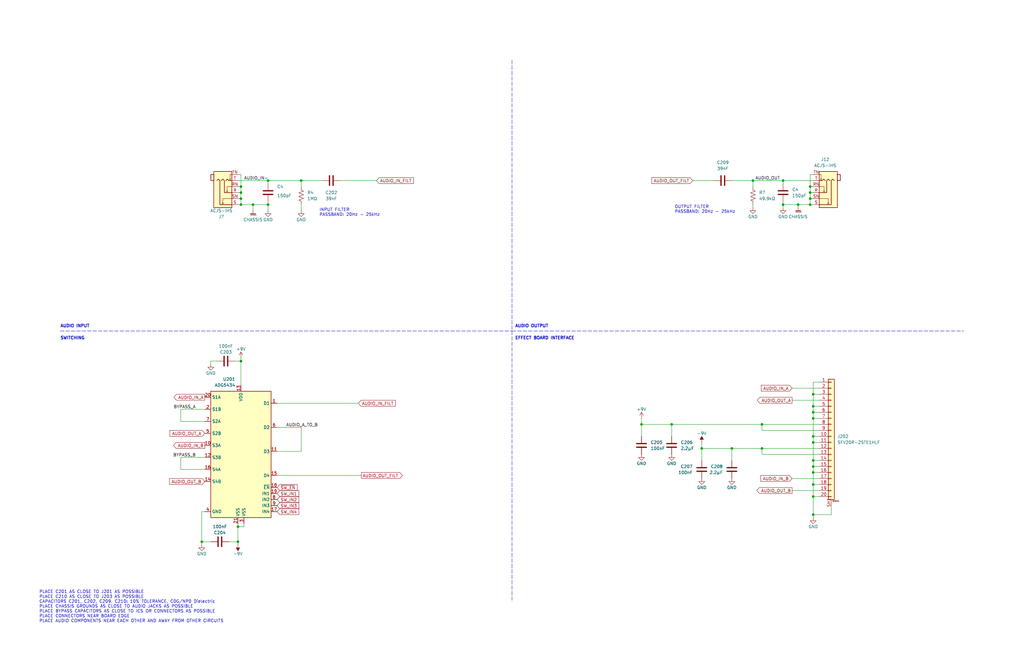
<source format=kicad_sch>
(kicad_sch (version 20230121) (generator eeschema)
  (paper "USLedger")
  (title_block (title "Baseboard") (date "2023-08-19") (rev "A") (company "Alessandro Rizzoni") (comment 1 "SCHEMATIC") (comment 2 "RELEASED") (comment 3 "AIR") (comment 4 "AIR"))
  (lib_symbols
    (symbol "+9V_1" (power) (pin_names (offset 0))
      (property "Value" "+9V_1" (at 0 3.556 0))
      (symbol "+9V_1_0_1"
        (polyline (pts (xy -0.762 1.27) (xy 0 2.54)))
        (polyline (pts (xy 0 0) (xy 0 2.54)))
        (polyline (pts (xy 0 2.54) (xy 0.762 1.27)))
      )
      (symbol "+9V_1_1_1"
        (pin power_in line (at 0 0 90) (length 0) hide (name "+9V") (number "1"))
      )
    )
    (symbol "-9V_1" (power) (pin_names (offset 0))
      (property "Value" "-9V_1" (at 0 3.81 0))
      (symbol "-9V_1_0_1"
        (polyline (pts (xy 0 0) (xy 0 2.54)))
        (polyline (pts (xy 0.762 1.27) (xy -0.762 1.27) (xy 0 2.54) (xy 0.762 1.27)) (fill (type outline)))
      )
      (symbol "-9V_1_1_1"
        (pin power_in line (at 0 0 90) (length 0) hide (name "-9V") (number "1"))
      )
    )
    (symbol "Device:C" (pin_numbers hide) (pin_names (offset 0.254))
      (property "Reference" "C" (at 0.635 2.54 0))
      (property "Value" "C" (at 0.635 -2.54 0))
      (symbol "C_0_1"
        (polyline (pts (xy -2.032 -0.762) (xy 2.032 -0.762)) (stroke (width 0.508)))
        (polyline (pts (xy -2.032 0.762) (xy 2.032 0.762)) (stroke (width 0.508)))
      )
      (symbol "C_1_1"
        (pin passive line (at 0 3.81 270) (length 2.794) (name "~") (number "1"))
        (pin passive line (at 0 -3.81 90) (length 2.794) (name "~") (number "2"))
      )
    )
    (symbol "Device:R_US" (pin_numbers hide) (pin_names (offset 0))
      (property "Reference" "R" (at 2.54 0 90))
      (property "Value" "R_US" (at -2.54 0 90))
      (symbol "R_US_0_1"
        (polyline (pts (xy 0 -2.286) (xy 0 -2.54)))
        (polyline (pts (xy 0 2.286) (xy 0 2.54)))
        (polyline (pts (xy 0 -0.762) (xy 1.016 -1.143) (xy 0 -1.524) (xy -1.016 -1.905) (xy 0 -2.286)))
        (polyline (pts (xy 0 0.762) (xy 1.016 0.381) (xy 0 0) (xy -1.016 -0.381) (xy 0 -0.762)))
        (polyline (pts (xy 0 2.286) (xy 1.016 1.905) (xy 0 1.524) (xy -1.016 1.143) (xy 0 0.762)))
      )
      (symbol "R_US_1_1"
        (pin passive line (at 0 3.81 270) (length 1.27) (name "~") (number "1"))
        (pin passive line (at 0 -3.81 90) (length 1.27) (name "~") (number "2"))
      )
    )
    (symbol "Library:ACJS-IHS"
      (property "Reference" "J2" (at -1.905 11.43 0))
      (property "Value" "1/4\" JACK, STEREO" (at -1.905 8.89 0))
      (symbol "ACJS-IHS_0_1"
        (rectangle (start -6.35 -5.08) (end -5.08 -7.62) (stroke (width 0.254)))
        (polyline (pts (xy -1.27 4.826) (xy -1.016 4.318)))
        (polyline (pts (xy 0.508 -0.254) (xy 0.762 -0.762)))
        (polyline (pts (xy 1.778 -5.334) (xy 2.032 -5.842)))
        (polyline (pts (xy 0 -5.08) (xy 0.635 -5.715) (xy 1.27 -5.08) (xy 2.54 -5.08)) (stroke (width 0.254)))
        (polyline (pts (xy 2.54 -7.62) (xy 1.778 -7.62) (xy 1.778 -5.334) (xy 1.524 -5.842)))
        (polyline (pts (xy 2.54 -2.54) (xy 0.508 -2.54) (xy 0.508 -0.254) (xy 0.254 -0.762)))
        (polyline (pts (xy 2.54 2.54) (xy -1.27 2.54) (xy -1.27 4.826) (xy -1.524 4.318)))
        (polyline (pts (xy -1.905 -5.08) (xy -1.27 -5.715) (xy -0.635 -5.08) (xy -0.635 0) (xy 2.54 0)) (stroke (width 0.254)))
        (polyline (pts (xy 2.54 5.08) (xy -2.54 5.08) (xy -2.54 -5.08) (xy -3.175 -5.715) (xy -3.81 -5.08)) (stroke (width 0.254)))
        (rectangle (start 2.54 6.35) (end -5.08 -8.89) (stroke (width 0.254)) (fill (type background)))
      )
      (symbol "ACJS-IHS_1_1"
        (pin passive line (at 5.08 0 180) (length 2.54) (name "~") (number "R"))
        (pin passive line (at 5.08 -2.54 180) (length 2.54) (name "~") (number "RN"))
        (pin passive line (at 5.08 5.08 180) (length 2.54) (name "~") (number "S"))
        (pin passive line (at 5.08 2.54 180) (length 2.54) (name "~") (number "SN"))
        (pin passive line (at 5.08 -5.08 180) (length 2.54) (name "~") (number "T"))
        (pin passive line (at 5.08 -7.62 180) (length 2.54) (name "~") (number "TN"))
      )
    )
    (symbol "Library:Analog_Devices_ADG5433"
      (property "Reference" "U" (at 6.35 29.21 0))
      (property "Value" "ADG5434" (at 6.35 26.67 0))
      (symbol "Analog_Devices_ADG5433_0_0"
        (pin bidirectional line (at -15.24 20.32 0) (length 2.54) (name "D1") (number "1"))
        (pin bidirectional line (at 15.24 2.54 180) (length 2.54) (name "S3A") (number "10"))
        (pin bidirectional line (at -15.24 0 0) (length 2.54) (name "D3") (number "11"))
        (pin bidirectional line (at 15.24 -2.54 180) (length 2.54) (name "S3B") (number "12"))
        (pin power_in line (at 0 27.94 270) (length 2.54) (name "VDD") (number "13"))
        (pin bidirectional line (at 15.24 -12.7 180) (length 2.54) (name "S4B") (number "14"))
        (pin bidirectional line (at -15.24 -10.16 0) (length 2.54) (name "D4") (number "15"))
        (pin bidirectional line (at 15.24 -7.62 180) (length 2.54) (name "S4A") (number "16"))
        (pin input line (at -15.24 -25.4 0) (length 2.54) (name "IN4") (number "17"))
        (pin input line (at -15.24 -15.24 0) (length 2.54) (name "~{EN}") (number "18"))
        (pin input line (at -15.24 -17.78 0) (length 2.54) (name "IN1") (number "19"))
        (pin bidirectional line (at 15.24 17.78 180) (length 2.54) (name "S1B") (number "2"))
        (pin bidirectional line (at 15.24 22.86 180) (length 2.54) (name "S1A") (number "20"))
        (pin power_in line (at -1.27 -30.48 90) (length 2.54) (name "VSS") (number "3"))
        (pin power_in line (at 15.24 -25.4 180) (length 2.54) (name "GND") (number "4"))
        (pin bidirectional line (at 15.24 7.62 180) (length 2.54) (name "S2B") (number "5"))
        (pin bidirectional line (at -15.24 10.16 0) (length 2.54) (name "D2") (number "6"))
        (pin bidirectional line (at 15.24 12.7 180) (length 2.54) (name "S2A") (number "7"))
        (pin input line (at -15.24 -20.32 0) (length 2.54) (name "IN2") (number "8"))
        (pin input line (at -15.24 -22.86 0) (length 2.54) (name "IN3") (number "9"))
      )
      (symbol "Analog_Devices_ADG5433_1_0"
        (pin power_in line (at 1.27 -30.48 90) (length 2.54) (name "VSS") (number "21"))
      )
      (symbol "Analog_Devices_ADG5433_1_1"
        (rectangle (start -12.7 25.4) (end 12.7 -27.94) (stroke (width 0.254)) (fill (type background)))
      )
    )
    (symbol "Library:Chassis" (pin_names (offset 0))
      (property "Value" "Chassis" (at 0 -3.302 0))
      (symbol "Chassis_0_1"
        (polyline (pts (xy 0 -1.27) (xy 0 0)))
        (polyline (pts (xy -1.016 -1.27) (xy -1.27 -2.032) (xy -1.27 -2.032)) (stroke (width 0.2032)))
        (polyline (pts (xy -0.508 -1.27) (xy -0.762 -2.032) (xy -0.762 -2.032)) (stroke (width 0.2032)))
        (polyline (pts (xy 0 -1.27) (xy -0.254 -2.032) (xy -0.254 -2.032)) (stroke (width 0.2032)))
        (polyline (pts (xy 0.508 -1.27) (xy 0.254 -2.032) (xy 0.254 -2.032)) (stroke (width 0.2032)))
        (polyline (pts (xy 1.016 -1.27) (xy -1.016 -1.27) (xy -1.016 -1.27)) (stroke (width 0.2032)))
        (polyline (pts (xy 1.016 -1.27) (xy 0.762 -2.032) (xy 0.762 -2.032) (xy 0.762 -2.032)) (stroke (width 0.2032)))
      )
      (symbol "Chassis_1_1"
        (pin power_in line (at 0 0 270) (length 0) (name "") (number ""))
      )
    )
    (symbol "Library:Conn_01x20_SHIELD" (pin_names (offset 1.016) hide)
      (property "Reference" "J" (at 0 25.4 0))
      (property "Value" "Conn_01x20_MountingPin" (at 1.27 -29.21 0))
      (symbol "Conn_01x20_SHIELD_1_1"
        (rectangle (start -1.27 -25.273) (end 0 -25.527) (stroke (width 0.1524)))
        (rectangle (start -1.27 -22.733) (end 0 -22.987) (stroke (width 0.1524)))
        (rectangle (start -1.27 -20.193) (end 0 -20.447) (stroke (width 0.1524)))
        (rectangle (start -1.27 -17.653) (end 0 -17.907) (stroke (width 0.1524)))
        (rectangle (start -1.27 -15.113) (end 0 -15.367) (stroke (width 0.1524)))
        (rectangle (start -1.27 -12.573) (end 0 -12.827) (stroke (width 0.1524)))
        (rectangle (start -1.27 -10.033) (end 0 -10.287) (stroke (width 0.1524)))
        (rectangle (start -1.27 -7.493) (end 0 -7.747) (stroke (width 0.1524)))
        (rectangle (start -1.27 -4.953) (end 0 -5.207) (stroke (width 0.1524)))
        (rectangle (start -1.27 -2.413) (end 0 -2.667) (stroke (width 0.1524)))
        (rectangle (start -1.27 0.127) (end 0 -0.127) (stroke (width 0.1524)))
        (rectangle (start -1.27 2.667) (end 0 2.413) (stroke (width 0.1524)))
        (rectangle (start -1.27 5.207) (end 0 4.953) (stroke (width 0.1524)))
        (rectangle (start -1.27 7.747) (end 0 7.493) (stroke (width 0.1524)))
        (rectangle (start -1.27 10.287) (end 0 10.033) (stroke (width 0.1524)))
        (rectangle (start -1.27 12.827) (end 0 12.573) (stroke (width 0.1524)))
        (rectangle (start -1.27 15.367) (end 0 15.113) (stroke (width 0.1524)))
        (rectangle (start -1.27 17.907) (end 0 17.653) (stroke (width 0.1524)))
        (rectangle (start -1.27 20.447) (end 0 20.193) (stroke (width 0.1524)))
        (rectangle (start -1.27 22.987) (end 0 22.733) (stroke (width 0.1524)))
        (rectangle (start -1.27 24.13) (end 1.27 -26.67) (stroke (width 0.254)) (fill (type background)))
        (text "SHIELD" (at 1.905 -27.305 0) (effects (font (size 0.508 0.508))))
        (pin passive line (at -5.08 22.86 0) (length 3.81) (name "Pin_1") (number "1"))
        (pin passive line (at -5.08 0 0) (length 3.81) (name "Pin_10") (number "10"))
        (pin passive line (at -5.08 -2.54 0) (length 3.81) (name "Pin_11") (number "11"))
        (pin passive line (at -5.08 -5.08 0) (length 3.81) (name "Pin_12") (number "12"))
        (pin passive line (at -5.08 -7.62 0) (length 3.81) (name "Pin_13") (number "13"))
        (pin passive line (at -5.08 -10.16 0) (length 3.81) (name "Pin_14") (number "14"))
        (pin passive line (at -5.08 -12.7 0) (length 3.81) (name "Pin_15") (number "15"))
        (pin passive line (at -5.08 -15.24 0) (length 3.81) (name "Pin_16") (number "16"))
        (pin passive line (at -5.08 -17.78 0) (length 3.81) (name "Pin_17") (number "17"))
        (pin passive line (at -5.08 -20.32 0) (length 3.81) (name "Pin_18") (number "18"))
        (pin passive line (at -5.08 -22.86 0) (length 3.81) (name "Pin_19") (number "19"))
        (pin passive line (at -5.08 20.32 0) (length 3.81) (name "Pin_2") (number "2"))
        (pin passive line (at -5.08 -25.4 0) (length 3.81) (name "Pin_20") (number "20"))
        (pin passive line (at -5.08 17.78 0) (length 3.81) (name "Pin_3") (number "3"))
        (pin passive line (at -5.08 15.24 0) (length 3.81) (name "Pin_4") (number "4"))
        (pin passive line (at -5.08 12.7 0) (length 3.81) (name "Pin_5") (number "5"))
        (pin passive line (at -5.08 10.16 0) (length 3.81) (name "Pin_6") (number "6"))
        (pin passive line (at -5.08 7.62 0) (length 3.81) (name "Pin_7") (number "7"))
        (pin passive line (at -5.08 5.08 0) (length 3.81) (name "Pin_8") (number "8"))
        (pin passive line (at -5.08 2.54 0) (length 3.81) (name "Pin_9") (number "9"))
        (pin passive line (at 0 -29.21 90) (length 2.54) (name "") (number "SH1"))
        (pin passive line (at 0 -29.21 90) (length 2.54) hide (name "") (number "SH2"))
      )
    )
    (symbol "power:+9V" (power) (pin_names (offset 0))
      (property "Value" "+9V" (at 0 3.556 0))
      (symbol "+9V_0_1"
        (polyline (pts (xy -0.762 1.27) (xy 0 2.54)))
        (polyline (pts (xy 0 0) (xy 0 2.54)))
        (polyline (pts (xy 0 2.54) (xy 0.762 1.27)))
      )
      (symbol "+9V_1_1"
        (pin power_in line (at 0 0 90) (length 0) hide (name "+9V") (number "1"))
      )
    )
    (symbol "power:-9V" (power) (pin_names (offset 0))
      (property "Value" "-9V" (at 0 3.81 0))
      (symbol "-9V_0_1"
        (polyline (pts (xy 0 0) (xy 0 2.54)))
        (polyline (pts (xy 0.762 1.27) (xy -0.762 1.27) (xy 0 2.54) (xy 0.762 1.27)) (fill (type outline)))
      )
      (symbol "-9V_1_1"
        (pin power_in line (at 0 0 90) (length 0) hide (name "-9V") (number "1"))
      )
    )
    (symbol "power:GND" (power) (pin_names (offset 0))
      (property "Value" "GND" (at 0 -3.81 0))
      (symbol "GND_0_1"
        (polyline (pts (xy 0 0) (xy 0 -1.27) (xy 1.27 -1.27) (xy 0 -2.54) (xy -1.27 -1.27) (xy 0 -1.27)))
      )
      (symbol "GND_1_1"
        (pin power_in line (at 0 0 270) (length 0) hide (name "GND") (number "1"))
      )
    )
  )
  (junction (at 283.21 179.07))
  (junction (at 270.51 179.07))
  (junction (at 342.9 171.45))
  (junction (at 321.31 189.23))
  (junction (at 330.2 86.36))
  (junction (at 101.6 78.74))
  (junction (at 342.9 209.55))
  (junction (at 101.6 152.4))
  (junction (at 342.9 199.39))
  (junction (at 342.9 217.17))
  (junction (at 341.63 81.28))
  (junction (at 295.91 189.23))
  (junction (at 101.6 81.28))
  (junction (at 85.09 228.6))
  (junction (at 308.61 189.23))
  (junction (at 342.9 194.31))
  (junction (at 101.6 86.36))
  (junction (at 336.55 86.36))
  (junction (at 341.63 83.82))
  (junction (at 342.9 166.37))
  (junction (at 127 76.2))
  (junction (at 342.9 184.15))
  (junction (at 342.9 186.69))
  (junction (at 100.33 222.25))
  (junction (at 341.63 86.36))
  (junction (at 317.5 76.2))
  (junction (at 113.03 86.36))
  (junction (at 342.9 176.53))
  (junction (at 113.03 76.2))
  (junction (at 101.6 83.82))
  (junction (at 100.33 228.6))
  (junction (at 330.2 76.2))
  (junction (at 342.9 173.99))
  (junction (at 341.63 78.74))
  (junction (at 106.68 86.36))
  (junction (at 321.31 179.07))
  (junction (at 342.9 196.85))
  (junction (at 342.9 204.47))
  (wire (pts (xy 292.1 76.2) (xy 300.99 76.2)))
  (wire (pts (xy 283.21 179.07) (xy 321.31 179.07)))
  (wire (pts (xy 100.33 222.25) (xy 100.33 228.6)))
  (wire (pts (xy 76.2 177.8) (xy 86.36 177.8)))
  (wire (pts (xy 101.6 86.36) (xy 100.33 86.36)))
  (wire (pts (xy 100.33 81.28) (xy 101.6 81.28)))
  (wire (pts (xy 342.9 209.55) (xy 345.44 209.55)))
  (wire (pts (xy 308.61 189.23) (xy 295.91 189.23)))
  (wire (pts (xy 85.09 228.6) (xy 85.09 229.87)))
  (wire (pts (xy 101.6 78.74) (xy 101.6 73.66)))
  (wire (pts (xy 342.9 199.39) (xy 342.9 204.47)))
  (wire (pts (xy 100.33 78.74) (xy 101.6 78.74)))
  (wire (pts (xy 342.9 196.85) (xy 342.9 199.39)))
  (wire (pts (xy 342.9 194.31) (xy 342.9 196.85)))
  (wire (pts (xy 100.33 228.6) (xy 96.52 228.6)))
  (wire (pts (xy 342.9 217.17) (xy 350.52 217.17)))
  (wire (pts (xy 127 86.36) (xy 127 88.9)))
  (wire (pts (xy 342.9 209.55) (xy 342.9 217.17)))
  (wire (pts (xy 321.31 189.23) (xy 345.44 189.23)))
  (wire (pts (xy 334.01 207.01) (xy 345.44 207.01)))
  (wire (pts (xy 342.9 186.69) (xy 345.44 186.69)))
  (wire (pts (xy 330.2 86.36) (xy 336.55 86.36)))
  (wire (pts (xy 342.9 204.47) (xy 345.44 204.47)))
  (wire (pts (xy 76.2 198.12) (xy 86.36 198.12)))
  (wire (pts (xy 101.6 81.28) (xy 101.6 78.74)))
  (wire (pts (xy 342.9 199.39) (xy 345.44 199.39)))
  (wire (pts (xy 342.9 73.66) (xy 341.63 73.66)))
  (wire (pts (xy 100.33 220.98) (xy 100.33 222.25)))
  (wire (pts (xy 317.5 76.2) (xy 330.2 76.2)))
  (wire (pts (xy 127 76.2) (xy 127 78.74)))
  (wire (pts (xy 334.01 163.83) (xy 345.44 163.83)))
  (wire (pts (xy 101.6 152.4) (xy 101.6 162.56)))
  (wire (pts (xy 342.9 194.31) (xy 345.44 194.31)))
  (wire (pts (xy 308.61 76.2) (xy 317.5 76.2)))
  (wire (pts (xy 342.9 176.53) (xy 342.9 184.15)))
  (wire (pts (xy 342.9 171.45) (xy 342.9 173.99)))
  (wire (pts (xy 101.6 83.82) (xy 101.6 81.28)))
  (wire (pts (xy 151.13 170.18) (xy 116.84 170.18)))
  (wire (pts (xy 295.91 189.23) (xy 295.91 194.31)))
  (wire (pts (xy 342.9 184.15) (xy 345.44 184.15)))
  (wire (pts (xy 321.31 179.07) (xy 321.31 181.61)))
  (wire (pts (xy 345.44 161.29) (xy 342.9 161.29)))
  (wire (pts (xy 308.61 189.23) (xy 308.61 194.31)))
  (wire (pts (xy 342.9 204.47) (xy 342.9 209.55)))
  (wire (pts (xy 295.91 186.69) (xy 295.91 189.23)))
  (wire (pts (xy 341.63 81.28) (xy 342.9 81.28)))
  (wire (pts (xy 113.03 76.2) (xy 113.03 77.47)))
  (wire (pts (xy 270.51 179.07) (xy 270.51 184.15)))
  (wire (pts (xy 270.51 176.53) (xy 270.51 179.07)))
  (wire (pts (xy 334.01 168.91) (xy 345.44 168.91)))
  (polyline (pts (xy 215.9 139.7) (xy 215.9 254)) (stroke (width 0) (type dash)))
  (wire (pts (xy 341.63 83.82) (xy 341.63 86.36)))
  (wire (pts (xy 113.03 85.09) (xy 113.03 86.36)))
  (wire (pts (xy 330.2 85.09) (xy 330.2 86.36)))
  (wire (pts (xy 342.9 184.15) (xy 342.9 186.69)))
  (wire (pts (xy 342.9 176.53) (xy 345.44 176.53)))
  (wire (pts (xy 321.31 189.23) (xy 321.31 191.77)))
  (wire (pts (xy 341.63 86.36) (xy 336.55 86.36)))
  (wire (pts (xy 342.9 196.85) (xy 345.44 196.85)))
  (wire (pts (xy 283.21 179.07) (xy 270.51 179.07)))
  (wire (pts (xy 100.33 73.66) (xy 101.6 73.66)))
  (wire (pts (xy 321.31 191.77) (xy 345.44 191.77)))
  (wire (pts (xy 342.9 173.99) (xy 342.9 176.53)))
  (wire (pts (xy 86.36 193.04) (xy 76.2 193.04)))
  (wire (pts (xy 341.63 73.66) (xy 341.63 78.74)))
  (wire (pts (xy 127 76.2) (xy 135.89 76.2)))
  (wire (pts (xy 317.5 78.74) (xy 317.5 76.2)))
  (wire (pts (xy 336.55 86.36) (xy 336.55 87.63)))
  (wire (pts (xy 308.61 189.23) (xy 321.31 189.23)))
  (wire (pts (xy 342.9 171.45) (xy 345.44 171.45)))
  (wire (pts (xy 88.9 152.4) (xy 88.9 153.67)))
  (wire (pts (xy 85.09 215.9) (xy 86.36 215.9)))
  (wire (pts (xy 100.33 76.2) (xy 113.03 76.2)))
  (wire (pts (xy 321.31 179.07) (xy 345.44 179.07)))
  (wire (pts (xy 334.01 201.93) (xy 345.44 201.93)))
  (wire (pts (xy 106.68 86.36) (xy 106.68 88.9)))
  (wire (pts (xy 342.9 173.99) (xy 345.44 173.99)))
  (polyline (pts (xy 215.9 139.7) (xy 406.4 139.7)) (stroke (width 0) (type dash)))
  (wire (pts (xy 100.33 228.6) (xy 100.33 229.87)))
  (wire (pts (xy 116.84 200.66) (xy 152.4 200.66)))
  (wire (pts (xy 102.87 220.98) (xy 102.87 222.25)))
  (wire (pts (xy 76.2 172.72) (xy 76.2 177.8)))
  (wire (pts (xy 101.6 151.13) (xy 101.6 152.4)))
  (wire (pts (xy 101.6 152.4) (xy 99.06 152.4)))
  (wire (pts (xy 342.9 166.37) (xy 342.9 171.45)))
  (wire (pts (xy 321.31 181.61) (xy 345.44 181.61)))
  (wire (pts (xy 317.5 86.36) (xy 317.5 87.63)))
  (wire (pts (xy 350.52 213.36) (xy 350.52 217.17)))
  (wire (pts (xy 127 190.5) (xy 127 180.34)))
  (wire (pts (xy 127 180.34) (xy 116.84 180.34)))
  (wire (pts (xy 330.2 86.36) (xy 330.2 87.63)))
  (wire (pts (xy 91.44 152.4) (xy 88.9 152.4)))
  (wire (pts (xy 342.9 217.17) (xy 342.9 218.44)))
  (wire (pts (xy 342.9 166.37) (xy 345.44 166.37)))
  (wire (pts (xy 85.09 215.9) (xy 85.09 228.6)))
  (wire (pts (xy 88.9 228.6) (xy 85.09 228.6)))
  (wire (pts (xy 330.2 76.2) (xy 330.2 77.47)))
  (wire (pts (xy 283.21 179.07) (xy 283.21 184.15)))
  (wire (pts (xy 86.36 172.72) (xy 76.2 172.72)))
  (wire (pts (xy 102.87 222.25) (xy 100.33 222.25)))
  (wire (pts (xy 113.03 86.36) (xy 113.03 88.9)))
  (polyline (pts (xy 25.4 139.7) (xy 215.9 139.7)) (stroke (width 0) (type dash)))
  (wire (pts (xy 76.2 193.04) (xy 76.2 198.12)))
  (wire (pts (xy 342.9 78.74) (xy 341.63 78.74)))
  (wire (pts (xy 106.68 86.36) (xy 101.6 86.36)))
  (wire (pts (xy 113.03 76.2) (xy 127 76.2)))
  (polyline (pts (xy 215.9 25.4) (xy 215.9 139.7)) (stroke (width 0) (type dash)))
  (wire (pts (xy 341.63 81.28) (xy 341.63 83.82)))
  (wire (pts (xy 341.63 78.74) (xy 341.63 81.28)))
  (wire (pts (xy 143.51 76.2) (xy 158.75 76.2)))
  (wire (pts (xy 101.6 83.82) (xy 101.6 86.36)))
  (wire (pts (xy 342.9 161.29) (xy 342.9 166.37)))
  (wire (pts (xy 342.9 86.36) (xy 341.63 86.36)))
  (wire (pts (xy 100.33 83.82) (xy 101.6 83.82)))
  (wire (pts (xy 342.9 186.69) (xy 342.9 194.31)))
  (wire (pts (xy 116.84 190.5) (xy 127 190.5)))
  (wire (pts (xy 113.03 86.36) (xy 106.68 86.36)))
  (wire (pts (xy 341.63 83.82) (xy 342.9 83.82)))
  (wire (pts (xy 330.2 76.2) (xy 342.9 76.2)))
  (text "INPUT FILTER\nPASSBAND: 20Hz - 25kHz" (at 134.62 91.44 0) (effects (font (size 1.27 1.27)) (justify left bottom)))
  (text "AUDIO OUTPUT" (at 217.17 138.43 0) (effects (font (size 1.27 1.27) (thickness 0.254) bold) (justify left bottom)))
  (text "PLACE C201 AS CLOSE TO J201 AS POSSIBLE\nPLACE C210 AS CLOSE TO J203 AS POSSIBLE\nCAPACITORS C201, C202, C209, C210: 10% TOLERANCE, C0G/NP0 Dielectric\nPLACE CHASSIS GROUNDS AS CLOSE TO AUDIO JACKS AS POSSIBLE\nPLACE BYPASS CAPACITORS AS CLOSE TO ICS OR CONNECTORS AS POSSIBLE\nPLACE CONNECTORS NEAR BOARD EDGE\nPLACE AUDIO COMPONENTS NEAR EACH OTHER AND AWAY FROM OTHER CIRCUITS\n" (at 16.51 262.89 0) (effects (font (size 1.27 1.27)) (justify left bottom)))
  (text "SWITCHING" (at 25.4 143.51 0) (effects (font (size 1.27 1.27) (thickness 0.254) bold) (justify left bottom)))
  (text "AUDIO INPUT" (at 25.4 138.43 0) (effects (font (size 1.27 1.27) (thickness 0.254) bold) (justify left bottom)))
  (text "OUTPUT FILTER\nPASSBAND: 20Hz - 25kHz" (at 284.48 90.17 0) (effects (font (size 1.27 1.27)) (justify left bottom)))
  (text "EFFECT BOARD INTERFACE" (at 217.17 143.51 0) (effects (font (size 1.27 1.27) (thickness 0.254) bold) (justify left bottom)))
  (label "AUDIO_A_TO_B" (at 120.65 180.34 0))
  (label "BYPASS_B" (at 82.55 193.04 180))
  (label "BYPASS_A" (at 82.55 172.72 180))
  (label "AUDIO_OUT" (at 328.93 76.2 180))
  (label "AUDIO_IN-" (at 102.87 76.2 0))
  (global_label "AUDIO_IN_A" (shape output) (at 86.36 167.64 180) (property "Intersheetrefs" "${INTERSHEET_REFS}" (effects hide)))
  (global_label "AUDIO_OUT_A" (shape input) (at 86.36 182.88 180) (property "Intersheetrefs" "${INTERSHEET_REFS}" (effects hide)))
  (global_label "AUDIO_IN_FILT" (shape input) (at 151.13 170.18 0) (property "Intersheetrefs" "${INTERSHEET_REFS}" (effects hide)))
  (global_label "SW_IN4" (shape input) (at 116.84 215.9 0) (property "Intersheetrefs" "${INTERSHEET_REFS}" (effects hide)))
  (global_label "AUDIO_IN_B" (shape output) (at 86.36 187.96 180) (property "Intersheetrefs" "${INTERSHEET_REFS}" (effects hide)))
  (global_label "SW_IN3" (shape input) (at 116.84 213.36 0) (property "Intersheetrefs" "${INTERSHEET_REFS}" (effects hide)))
  (global_label "AUDIO_OUT_B" (shape output) (at 334.01 207.01 180) (property "Intersheetrefs" "${INTERSHEET_REFS}" (effects hide)))
  (global_label "AUDIO_OUT_FILT" (shape input) (at 292.1 76.2 180) (property "Intersheetrefs" "${INTERSHEET_REFS}" (effects hide)))
  (global_label "AUDIO_OUT_FILT" (shape output) (at 152.4 200.66 0) (property "Intersheetrefs" "${INTERSHEET_REFS}" (effects hide)))
  (global_label "AUDIO_OUT_B" (shape input) (at 86.36 203.2 180) (property "Intersheetrefs" "${INTERSHEET_REFS}" (effects hide)))
  (global_label "AUDIO_IN_FILT" (shape input) (at 158.75 76.2 0) (property "Intersheetrefs" "${INTERSHEET_REFS}" (effects hide)))
  (global_label "SW_IN1" (shape input) (at 116.84 208.28 0) (property "Intersheetrefs" "${INTERSHEET_REFS}" (effects hide)))
  (global_label "AUDIO_IN_B" (shape input) (at 334.01 201.93 180) (property "Intersheetrefs" "${INTERSHEET_REFS}" (effects hide)))
  (global_label "AUDIO_OUT_A" (shape output) (at 334.01 168.91 180) (property "Intersheetrefs" "${INTERSHEET_REFS}" (effects hide)))
  (global_label "SW_IN2" (shape input) (at 116.84 210.82 0) (property "Intersheetrefs" "${INTERSHEET_REFS}" (effects hide)))
  (global_label "AUDIO_IN_A" (shape input) (at 334.01 163.83 180) (property "Intersheetrefs" "${INTERSHEET_REFS}" (effects hide)))
  (global_label "~{SW_EN}" (shape input) (at 116.84 205.74 0) (property "Intersheetrefs" "${INTERSHEET_REFS}" (effects hide)))
  (symbol (lib_id "Device:C") (at 139.7 76.2 270) (mirror x) (unit 1)
    (property "Reference" "C202" (at 139.7 81.28 90))
    (property "Value" "39nF" (at 139.7 83.82 90))
    (property "Footprint" "Capacitor_SMD:C_0805_2012Metric" (effects hide))
    (property "Datasheet" "https://product.tdk.com/en/system/files?file=dam/doc/product/capacitor/ceramic/mlcc/catalog/mlcc_commercial_midvoltage_en.pdf" (effects hide))
    (property "Manufacturer" "TDK" (effects hide))
    (property "Part Number" "C2012C0G2A333J125AC" (effects hide))
    (property "Sim.Enable" "0" (effects hide))
    (instances (project "baseboard" (path "" (reference "C202") (unit 1))) (project "power" (path "" (reference "C1") (unit 1))))
  )
  (symbol (lib_id "power:GND") (at 295.91 201.93 0) (mirror y) (unit 1)
    (property "Reference" "#PWR0207" (effects hide))
    (property "Value" "GND" (at 295.91 205.74 0))
  )
  (symbol (lib_id "power:GND") (at 308.61 201.93 0) (mirror y) (unit 1)
    (property "Reference" "#PWR0208" (effects hide))
    (property "Value" "GND" (at 308.61 205.74 0))
  )
  (symbol (lib_id "Library:Analog_Devices_ADG5433") (at 101.6 190.5 0) (mirror y) (unit 1)
    (property "Reference" "U201" (at 99.1972 160.02 0) (effects (justify left)))
    (property "Value" "ADG5434" (at 99.1972 162.56 0) (effects (justify left)))
    (property "Footprint" "Library:LFCSP-20-1EP_4x4mm_P0.5mm_EP2.6x2.6mm" (effects hide))
    (property "Datasheet" "https://www.analog.com/media/en/technical-documentation/data-sheets/ADG5433_5434.pdf" (effects hide))
    (property "Manufacturer" "Analog Devices" (effects hide))
    (property "Part Number" "ADG5234" (effects hide))
  )
  (symbol (lib_id "Library:Chassis") (at 336.55 87.63 0) (mirror y) (unit 1)
    (property "Reference" "G202" (effects hide))
    (property "Value" "CHASSIS" (at 336.55 91.44 0))
    (property "Footprint" "Library:Harwin_EMI_Finger_S7061-46R" (effects hide))
    (property "Datasheet" "https://cdn.harwin.com/pdfs/Harwin_Product_Catalog_page_281.pdf" (effects hide))
    (property "Manufacturer" "Harwin" (effects hide))
    (property "Part Number" "S7061-46R" (effects hide))
    (property "Sim.Enable" "0" (effects hide))
  )
  (symbol (lib_id "power:-9V") (at 295.91 186.69 0) (mirror y) (unit 1)
    (property "Reference" "#PWR0206" (effects hide))
    (property "Value" "-9V" (at 295.91 182.88 0))
  )
  (symbol (lib_id "Library:Conn_01x20_SHIELD") (at 350.52 184.15 0) (unit 1)
    (property "Reference" "J202" (at 353.06 184.15 0) (effects (justify left)))
    (property "Value" "SFV20R-2STE1HLF" (at 353.06 186.69 0) (effects (justify left)))
    (property "Footprint" "Library:AMPHENOL_SFV20R-2STE1HLF" (effects hide))
    (property "Manufacturer" "Amphenol" (effects hide))
    (property "Part Number" "SFV20R-2STE1HLF" (effects hide))
  )
  (symbol (lib_id "Device:C") (at 308.61 198.12 180) (unit 1)
    (property "Reference" "C208" (at 304.8 196.85 0) (effects (justify left)))
    (property "Value" "2.2μF" (at 304.8 199.39 0) (effects (justify left)))
    (property "Footprint" "Capacitor_SMD:C_0603_1608Metric" (effects hide))
    (property "Datasheet" "https://search.murata.co.jp/Ceramy/image/img/A01X/G101/ENG/GRM188R61H225KE11-01.pdf" (effects hide))
    (property "Manufacturer" "Murata" (effects hide))
    (property "Part Number" "GRM188Z71E225KE43D" (effects hide))
    (property "Sim.Enable" "0" (effects hide))
  )
  (symbol (lib_id "power:GND") (at 113.03 88.9 0) (mirror y) (unit 1)
    (property "Reference" "#PWR0203" (effects hide))
    (property "Value" "GND" (at 113.03 92.71 0))
  )
  (symbol (lib_id "power:GND") (at 317.5 87.63 0) (unit 1)
    (property "Reference" "#PWR0213" (effects hide))
    (property "Value" "GND" (at 317.5 91.44 0))
  )
  (symbol (lib_id "Device:C") (at 295.91 198.12 180) (unit 1)
    (property "Reference" "C207" (at 292.1 196.85 0) (effects (justify left)))
    (property "Value" "100nF" (at 292.1 199.39 0) (effects (justify left)))
    (property "Footprint" "Capacitor_SMD:C_0402_1005Metric" (effects hide))
    (property "Datasheet" "https://search.murata.co.jp/Ceramy/image/img/A01X/G101/ENG/GRM155R61H104KE19-01A.pdf" (effects hide))
    (property "Manufacturer" "Murata" (effects hide))
    (property "Part Number" "GRM188C71E225KE11D" (effects hide))
    (property "Sim.Enable" "0" (effects hide))
  )
  (symbol (lib_id "Device:C") (at 113.03 81.28 0) (unit 1)
    (property "Reference" "C4" (at 116.84 78.74 0) (effects (justify left)))
    (property "Value" "150pF" (at 116.84 82.55 0) (effects (justify left)))
    (property "Footprint" "Capacitor_SMD:C_0805_2012Metric" (effects hide))
    (property "Datasheet" "https://www.mouser.com/datasheet/2/315/ABD0000C173-947527.pdf" (effects hide))
    (property "Manufacturer" "Panasonic" (effects hide))
    (property "Part Number" "ECH-U1H151JX5" (effects hide))
    (property "Sim.Enable" "0" (effects hide))
  )
  (symbol (lib_id "Device:R_US") (at 317.5 82.55 0) (unit 1)
    (property "Reference" "R7" (at 320.04 81.28 0) (effects (justify left)))
    (property "Value" "49.9kΩ" (at 320.04 83.82 0) (effects (justify left)))
    (property "Footprint" "Resistor_SMD:R_0402_1005Metric" (effects hide))
    (property "Datasheet" "https://www.koaspeer.com/pdfs/RK73H.pdf" (effects hide))
    (property "Manufacturer" "KOA Speer Electronics" (effects hide))
    (property "Part Number" "RK73H1ETTP4992F" (effects hide))
    (property "Sim.Enable" "0" (effects hide))
  )
  (symbol (lib_id "Device:R_US") (at 127 82.55 0) (unit 1)
    (property "Reference" "R4" (at 129.54 81.28 0) (effects (justify left)))
    (property "Value" "1MΩ" (at 129.54 83.82 0) (effects (justify left)))
    (property "Footprint" "Resistor_SMD:R_0402_1005Metric" (effects hide))
    (property "Datasheet" "https://www.koaspeer.com/pdfs/RK73H.pdf" (effects hide))
    (property "Manufacturer" "KOA Speer Electronics" (effects hide))
    (property "Part Number" "RK73H1ETTP1004F" (effects hide))
    (property "Sim.Enable" "0" (effects hide))
  )
  (symbol (lib_id "Device:C") (at 304.8 76.2 270) (mirror x) (unit 1)
    (property "Reference" "C209" (at 304.8 68.58 90))
    (property "Value" "39nF" (at 304.8 71.12 90))
    (property "Footprint" "Capacitor_SMD:C_0805_2012Metric" (effects hide))
    (property "Datasheet" "https://product.tdk.com/en/system/files?file=dam/doc/product/capacitor/ceramic/mlcc/catalog/mlcc_commercial_midvoltage_en.pdf" (effects hide))
    (property "Manufacturer" "TDK" (effects hide))
    (property "Part Number" "C2012C0G2A333J125AC" (effects hide))
    (property "Sim.Enable" "0" (effects hide))
    (instances (project "baseboard" (path "" (reference "C209") (unit 1))) (project "power" (path "" (reference "C1") (unit 1))))
  )
  (symbol (lib_id "power:GND") (at 88.9 153.67 0) (mirror y) (unit 1)
    (property "Reference" "#PWR0228" (effects hide))
    (property "Value" "GND" (at 88.9 157.48 0))
  )
  (symbol (lib_id "Library:ACJS-IHS") (at 95.25 81.28 0) (mirror x) (unit 1)
    (property "Reference" "J7" (at 93.345 91.44 0))
    (property "Value" "ACJS-IHS" (at 93.345 88.9 0))
    (property "Footprint" "Library:Amphenol_ACJS-IHS" (effects hide))
    (property "Datasheet" "https://www.amphenol-sine.com/pdf/datasheet/ACJS-IHS.pdf" (effects hide))
    (property "Manufacturer" "Amphenol" (effects hide))
    (property "Part Number" "ACJS-IHS" (effects hide))
    (property "Sim.Enable" "0" (effects hide))
  )
  (symbol (lib_id "Library:ACJS-IHS") (at 347.98 81.28 180) (unit 1)
    (property "Reference" "J12" (at 347.98 67.31 0))
    (property "Value" "ACJS-IHS" (at 347.98 69.85 0))
    (property "Footprint" "Library:Amphenol_ACJS-IHS" (effects hide))
    (property "Datasheet" "https://www.amphenol-sine.com/pdf/datasheet/ACJS-IHS.pdf" (effects hide))
    (property "Manufacturer" "Amphenol" (effects hide))
    (property "Part Number" "ACJS-IHS" (effects hide))
    (property "Sim.Enable" "0" (effects hide))
  )
  (symbol (lib_id "power:GND") (at 127 88.9 0) (unit 1)
    (property "Reference" "#PWR0205" (effects hide))
    (property "Value" "GND" (at 127 92.71 0))
  )
  (symbol (lib_id "power:GND") (at 342.9 218.44 0) (mirror y) (unit 1)
    (property "Reference" "#PWR0209" (effects hide))
    (property "Value" "GND" (at 342.9 222.25 0))
  )
  (symbol (lib_id "Device:C") (at 283.21 187.96 0) (mirror x) (unit 1)
    (property "Reference" "C206" (at 287.02 186.69 0) (effects (justify left)))
    (property "Value" "2.2μF" (at 287.02 189.23 0) (effects (justify left)))
    (property "Footprint" "Capacitor_SMD:C_0603_1608Metric" (effects hide))
    (property "Datasheet" "https://search.murata.co.jp/Ceramy/image/img/A01X/G101/ENG/GRM188R61H225KE11-01.pdf" (effects hide))
    (property "Manufacturer" "Murata" (effects hide))
    (property "Part Number" "GRM188Z71E225KE43D" (effects hide))
    (property "Sim.Enable" "0" (effects hide))
  )
  (symbol (lib_id "power:GND") (at 270.51 191.77 0) (unit 1)
    (property "Reference" "#PWR0202" (effects hide))
    (property "Value" "GND" (at 270.51 195.58 0))
  )
  (symbol (lib_id "power:GND") (at 330.2 87.63 0) (unit 1)
    (property "Reference" "#PWR0215" (effects hide))
    (property "Value" "GND" (at 330.2 91.44 0))
  )
  (symbol (lib_id "power:GND") (at 85.09 229.87 0) (mirror y) (unit 1)
    (property "Reference" "#PWR0229" (effects hide))
    (property "Value" "GND" (at 85.09 233.68 0))
  )
  (symbol (lib_id "Library:Chassis") (at 106.68 88.9 0) (mirror y) (unit 1)
    (property "Reference" "G201" (effects hide))
    (property "Value" "CHASSIS" (at 106.68 92.71 0))
    (property "Footprint" "Library:Harwin_EMI_Finger_S7061-46R" (effects hide))
    (property "Datasheet" "https://cdn.harwin.com/pdfs/Harwin_Product_Catalog_page_281.pdf" (effects hide))
    (property "Manufacturer" "Harwin" (effects hide))
    (property "Part Number" "S7061-46R" (effects hide))
    (property "Sim.Enable" "0" (effects hide))
  )
  (symbol (lib_name "+9V_1") (lib_id "power:+9V") (at 101.6 151.13 0) (mirror y) (unit 1)
    (property "Reference" "#PWR0231" (effects hide))
    (property "Value" "+9V" (at 101.6 147.32 0))
  )
  (symbol (lib_name "-9V_1") (lib_id "power:-9V") (at 100.33 229.87 0) (mirror x) (unit 1)
    (property "Reference" "#PWR0230" (effects hide))
    (property "Value" "-9V" (at 100.33 233.68 0))
  )
  (symbol (lib_id "Device:C") (at 95.25 152.4 270) (mirror x) (unit 1)
    (property "Reference" "C203" (at 95.25 148.59 90))
    (property "Value" "100nF" (at 95.25 146.05 90))
    (property "Footprint" "Capacitor_SMD:C_0402_1005Metric" (effects hide))
    (property "Datasheet" "https://search.murata.co.jp/Ceramy/image/img/A01X/G101/ENG/GRM155R61H104KE19-01A.pdf" (effects hide))
    (property "Manufacturer" "Murata" (effects hide))
    (property "Part Number" "GRM188C71E225KE11D" (effects hide))
    (property "Sim.Enable" "0" (effects hide))
  )
  (symbol (lib_id "Device:C") (at 270.51 187.96 0) (mirror x) (unit 1)
    (property "Reference" "C205" (at 274.32 186.69 0) (effects (justify left)))
    (property "Value" "100nF" (at 274.32 189.23 0) (effects (justify left)))
    (property "Footprint" "Capacitor_SMD:C_0402_1005Metric" (effects hide))
    (property "Datasheet" "https://search.murata.co.jp/Ceramy/image/img/A01X/G101/ENG/GRM155R61H104KE19-01A.pdf" (effects hide))
    (property "Manufacturer" "Murata" (effects hide))
    (property "Part Number" "GRM188C71E225KE11D" (effects hide))
    (property "Sim.Enable" "0" (effects hide))
  )
  (symbol (lib_id "Device:C") (at 92.71 228.6 270) (mirror x) (unit 1)
    (property "Reference" "C204" (at 92.71 224.79 90))
    (property "Value" "100nF" (at 92.71 222.25 90))
    (property "Footprint" "Capacitor_SMD:C_0402_1005Metric" (effects hide))
    (property "Datasheet" "https://search.murata.co.jp/Ceramy/image/img/A01X/G101/ENG/GRM155R61H104KE19-01A.pdf" (effects hide))
    (property "Manufacturer" "Murata" (effects hide))
    (property "Part Number" "GRM188C71E225KE11D" (effects hide))
    (property "Sim.Enable" "0" (effects hide))
  )
  (symbol (lib_id "power:+9V") (at 270.51 176.53 0) (unit 1)
    (property "Reference" "#PWR0201" (effects hide))
    (property "Value" "+9V" (at 270.51 172.72 0))
  )
  (symbol (lib_id "power:GND") (at 283.21 191.77 0) (unit 1)
    (property "Reference" "#PWR0204" (effects hide))
    (property "Value" "GND" (at 283.21 195.58 0))
  )
  (symbol (lib_id "Device:C") (at 330.2 81.28 0) (unit 1)
    (property "Reference" "C4" (at 334.01 80.01 0) (effects (justify left)))
    (property "Value" "150pF" (at 334.01 82.55 0) (effects (justify left)))
    (property "Footprint" "Capacitor_SMD:C_0805_2012Metric" (effects hide))
    (property "Datasheet" "https://www.mouser.com/datasheet/2/315/ABD0000C173-947527.pdf" (effects hide))
    (property "Manufacturer" "Panasonic" (effects hide))
    (property "Part Number" "ECH-U1H151JX5" (effects hide))
    (property "Sim.Enable" "0" (effects hide))
  )
)
</source>
